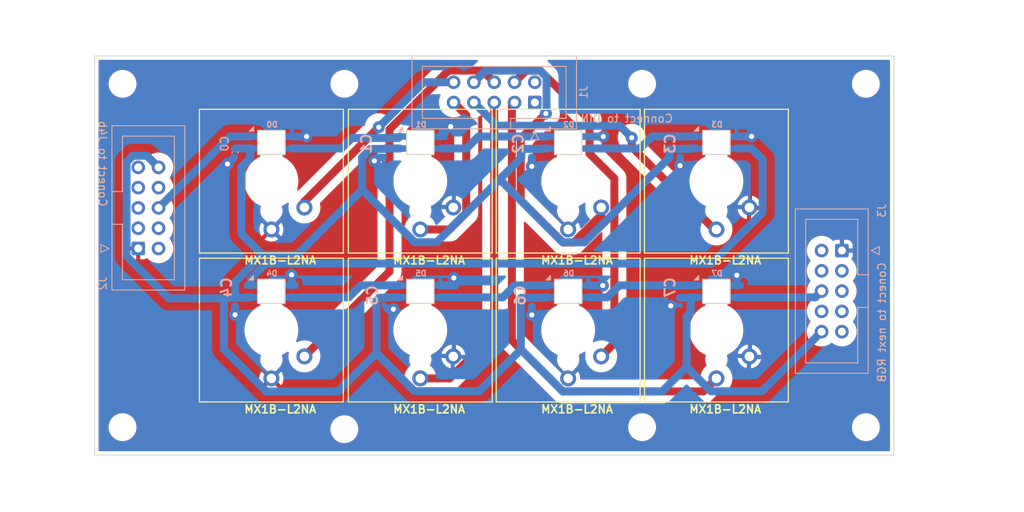
<source format=kicad_pcb>
(kicad_pcb (version 20221018) (generator pcbnew)
  (layers (0 "F.Cu" signal "Dessus.Cu") (31 "B.Cu" signal "Dessous.Cu") (34 "B.Paste" user "Dessous.Pate") (35 "F.Paste" user "Dessus.Pate") (36 "B.SilkS" user "Dessous.SilkS") (37 "F.SilkS" user "Dessus.SilkS") (38 "B.Mask" user "Dessous.Masque") (39 "F.Mask" user "Dessus.Masque") (44 "Edge.Cuts" user "Contours.Ci"))
  (net 0 "")
  (net 1 "GND")
  (net 3 "Net-(D0-DO)")
  (net 4 "Net-(D0-DI)")
  (net 5 "Net-(D1-DO)")
  (net 6 "Net-(D2-DO)")
  (net 7 "Net-(D3-DO)")
  (net 8 "Net-(D4-DO)")
  (net 9 "Net-(D5-DO)")
  (net 10 "Net-(D6-DO)")
  (net 11 "Net-(J1-D7)")
  (net 12 "Net-(J1-D6)")
  (net 13 "Net-(J1-D5)")
  (net 14 "Net-(J1-D4)")
  (net 15 "Net-(J1-D3)")
  (net 16 "Net-(J1-D2)")
  (net 17 "Net-(J1-D1)")
  (net 18 "+5V")
  (net 19 "Net-(J1-D0)")
  (net 34 "Net-(D7-DO)")
  (footprint "ksir 2022:Cherry-MX-Low-Profile" (layer "F.Cu") (at 101.75 202.69)
    (fp_text reference "SW1")
    (fp_text value "CHERRY MX1B-52NA" hide)
    (fp_text user "MX1B-L2NA" (at -3.5 10.5 unlocked) (layer "F.SilkS") (effects (font (thickness 0.2) bold) (justify left bottom)))
    (fp_line (start -9 -9) (end 9 -9) (stroke (width 0.1524)) (layer "F.SilkS"))
    (fp_line (start -9 9) (end -9 -9) (stroke (width 0.1524)) (layer "F.SilkS"))
    (fp_line (start 9 -9) (end 9 9) (stroke (width 0.1524)) (layer "F.SilkS"))
    (fp_line (start 9 9) (end -9 9) (stroke (width 0.1524)) (layer "F.SilkS"))
    (fp_rect (start -1.75 -6.4) (end 1.75 -3.3) (stroke (width 0.05)) (fill none) (layer "F.SilkS"))
    (pad "" np_thru_hole circle (at 0 0 180) (size 6.25 6.25) (drill 6.25) (layers "*.Cu" "*.Mask"))
    (pad "" np_thru_hole circle (at 0 3.7 180) (size 2.3 2.3) (drill 2.3) (layers "*.Cu" "*.Mask"))
    (pad "1" thru_hole circle (at 0 6.05 180) (size 2 2) (drill 1.2) (layers "*.Cu" "*.Mask") (net 17 "Net-(J1-D1)"))
    (pad "2" thru_hole circle (at 4.13 3.3 41.9) (size 2 2) (drill 1.2) (layers "*.Cu" "*.Mask") (net 1 "GND"))
  )
  (footprint "ksir 2022:Cherry-MX-Low-Profile" (layer "F.Cu") (at 120.25 221.34)
    (fp_text reference "SW6")
    (fp_text value "CHERRY MX1B-52NA" hide)
    (fp_text user "MX1B-L2NA" (at -3.5 10.5 unlocked) (layer "F.SilkS") (effects (font (thickness 0.2) bold) (justify left bottom)))
    (fp_line (start -9 -9) (end 9 -9) (stroke (width 0.1524)) (layer "F.SilkS"))
    (fp_line (start -9 9) (end -9 -9) (stroke (width 0.1524)) (layer "F.SilkS"))
    (fp_line (start 9 -9) (end 9 9) (stroke (width 0.1524)) (layer "F.SilkS"))
    (fp_line (start 9 9) (end -9 9) (stroke (width 0.1524)) (layer "F.SilkS"))
    (fp_rect (start -1.75 -6.4) (end 1.75 -3.3) (stroke (width 0.05)) (fill none) (layer "F.SilkS"))
    (pad "" np_thru_hole circle (at 0 0 180) (size 6.25 6.25) (drill 6.25) (layers "*.Cu" "*.Mask"))
    (pad "" np_thru_hole circle (at 0 3.7 180) (size 2.3 2.3) (drill 2.3) (layers "*.Cu" "*.Mask"))
    (pad "1" thru_hole circle (at 0 6.05 180) (size 2 2) (drill 1.2) (layers "*.Cu" "*.Mask") (net 1 "GND"))
    (pad "2" thru_hole circle (at 4.13 3.3 41.9) (size 2 2) (drill 1.2) (layers "*.Cu" "*.Mask") (net 12 "Net-(J1-D6)"))
  )
  (footprint "MountingHole:MountingHole_3mm" (layer "F.Cu") (at 92.25 190.5)
    (fp_text reference "H1" hide)
    (fp_text value "MountingHole")
    (pad "" np_thru_hole circle (at 0 0) (size 3 3) (drill 3) (layers "*.Cu" "*.Mask"))
  )
  (footprint "ksir 2022:Cherry-MX-Low-Profile" (layer "F.Cu") (at 101.75 221.34)
    (fp_text reference "SW5")
    (fp_text value "CHERRY MX1B-52NA" hide)
    (fp_text user "MX1B-L2NA" (at -3.5 10.5 unlocked) (layer "F.SilkS") (effects (font (thickness 0.2) bold) (justify left bottom)))
    (fp_line (start -9 -9) (end 9 -9) (stroke (width 0.1524)) (layer "F.SilkS"))
    (fp_line (start -9 9) (end -9 -9) (stroke (width 0.1524)) (layer "F.SilkS"))
    (fp_line (start 9 -9) (end 9 9) (stroke (width 0.1524)) (layer "F.SilkS"))
    (fp_line (start 9 9) (end -9 9) (stroke (width 0.1524)) (layer "F.SilkS"))
    (fp_rect (start -1.75 -6.4) (end 1.75 -3.3) (stroke (width 0.05)) (fill none) (layer "F.SilkS"))
    (pad "" np_thru_hole circle (at 0 0 180) (size 6.25 6.25) (drill 6.25) (layers "*.Cu" "*.Mask"))
    (pad "" np_thru_hole circle (at 0 3.7 180) (size 2.3 2.3) (drill 2.3) (layers "*.Cu" "*.Mask"))
    (pad "1" thru_hole circle (at 0 6.05 180) (size 2 2) (drill 1.2) (layers "*.Cu" "*.Mask") (net 13 "Net-(J1-D5)"))
    (pad "2" thru_hole circle (at 4.13 3.3 41.9) (size 2 2) (drill 1.2) (layers "*.Cu" "*.Mask") (net 1 "GND"))
  )
  (footprint "MountingHole:MountingHole_3mm" (layer "F.Cu") (at 129.5 233.5)
    (fp_text reference "H1" hide)
    (fp_text value "MountingHole")
    (pad "" np_thru_hole circle (at 0 0) (size 3 3) (drill 3) (layers "*.Cu" "*.Mask"))
  )
  (footprint "MountingHole:MountingHole_3mm" (layer "F.Cu") (at 129.5 190.5)
    (fp_text reference "H1" hide)
    (fp_text value "MountingHole")
    (pad "" np_thru_hole circle (at 0 0) (size 3 3) (drill 3) (layers "*.Cu" "*.Mask"))
  )
  (footprint "MountingHole:MountingHole_3mm" (layer "F.Cu") (at 92.25 233.75)
    (fp_text reference "H1" hide)
    (fp_text value "MountingHole")
    (pad "" np_thru_hole circle (at 0 0) (size 3 3) (drill 3) (layers "*.Cu" "*.Mask"))
  )
  (footprint "MountingHole:MountingHole_3mm" (layer "F.Cu") (at 64.5 190.5)
    (fp_text reference "H11" hide)
    (fp_text value "MountingHole")
    (pad "" np_thru_hole circle (at 0 0) (size 3 3) (drill 3) (layers "*.Cu" "*.Mask"))
  )
  (footprint "ksir 2022:Cherry-MX-Low-Profile" (layer "F.Cu") (at 83.12 202.69)
    (fp_text reference "SW0")
    (fp_text value "CHERRY MX1B-52NA" hide)
    (fp_text user "MX1B-L2NA" (at -3.5 10.5 unlocked) (layer "F.SilkS") (effects (font (thickness 0.2) bold) (justify left bottom)))
    (fp_line (start -9 -9) (end 9 -9) (stroke (width 0.1524)) (layer "F.SilkS"))
    (fp_line (start -9 9) (end -9 -9) (stroke (width 0.1524)) (layer "F.SilkS"))
    (fp_line (start 9 -9) (end 9 9) (stroke (width 0.1524)) (layer "F.SilkS"))
    (fp_line (start 9 9) (end -9 9) (stroke (width 0.1524)) (layer "F.SilkS"))
    (fp_rect (start -1.75 -6.4) (end 1.75 -3.3) (stroke (width 0.05)) (fill none) (layer "F.SilkS"))
    (pad "" np_thru_hole circle (at 0 0 180) (size 6.25 6.25) (drill 6.25) (layers "*.Cu" "*.Mask"))
    (pad "" np_thru_hole circle (at 0 3.7 180) (size 2.3 2.3) (drill 2.3) (layers "*.Cu" "*.Mask"))
    (pad "1" thru_hole circle (at 0 6.05 180) (size 2 2) (drill 1.2) (layers "*.Cu" "*.Mask") (net 1 "GND"))
    (pad "2" thru_hole circle (at 4.13 3.3 41.9) (size 2 2) (drill 1.2) (layers "*.Cu" "*.Mask") (net 19 "Net-(J1-D0)"))
  )
  (footprint "" (layer "F.Cu") (at 92.25 233.75)
    (fp_text reference "" (at 0 0) (layer "F.SilkS") (effects (font (size 1.27 1.27))))
    (fp_text value "" (at 0 0) (layer "F.SilkS") (effects (font (size 1.27 1.27))))
    (pad "" np_thru_hole circle (at 0 0) (size 3 3) (drill 3) (layers "*.Cu" "*.Mask"))
  )
  (footprint "ksir 2022:Cherry-MX-Low-Profile" (layer "F.Cu") (at 138.8 221.34)
    (fp_text reference "SW7")
    (fp_text value "CHERRY MX1B-52NA" hide)
    (fp_text user "MX1B-L2NA" (at -3.5 10.5 unlocked) (layer "F.SilkS") (effects (font (thickness 0.2) bold) (justify left bottom)))
    (fp_line (start -9 -9) (end 9 -9) (stroke (width 0.1524)) (layer "F.SilkS"))
    (fp_line (start -9 9) (end -9 -9) (stroke (width 0.1524)) (layer "F.SilkS"))
    (fp_line (start 9 -9) (end 9 9) (stroke (width 0.1524)) (layer "F.SilkS"))
    (fp_line (start 9 9) (end -9 9) (stroke (width 0.1524)) (layer "F.SilkS"))
    (fp_rect (start -1.75 -6.4) (end 1.75 -3.3) (stroke (width 0.05)) (fill none) (layer "F.SilkS"))
    (pad "" np_thru_hole circle (at 0 0 180) (size 6.25 6.25) (drill 6.25) (layers "*.Cu" "*.Mask"))
    (pad "" np_thru_hole circle (at 0 3.7 180) (size 2.3 2.3) (drill 2.3) (layers "*.Cu" "*.Mask"))
    (pad "1" thru_hole circle (at 0 6.05 180) (size 2 2) (drill 1.2) (layers "*.Cu" "*.Mask") (net 11 "Net-(J1-D7)"))
    (pad "2" thru_hole circle (at 4.13 3.3 41.9) (size 2 2) (drill 1.2) (layers "*.Cu" "*.Mask") (net 1 "GND"))
  )
  (footprint "ksir 2022:Cherry-MX-Low-Profile" (layer "F.Cu") (at 120.25 202.69)
    (fp_text reference "SW2")
    (fp_text value "CHERRY MX1B-52NA" hide)
    (fp_text user "MX1B-L2NA" (at -3.5 10.5 unlocked) (layer "F.SilkS") (effects (font (thickness 0.2) bold) (justify left bottom)))
    (fp_line (start -9 -9) (end 9 -9) (stroke (width 0.1524)) (layer "F.SilkS"))
    (fp_line (start -9 9) (end -9 -9) (stroke (width 0.1524)) (layer "F.SilkS"))
    (fp_line (start 9 -9) (end 9 9) (stroke (width 0.1524)) (layer "F.SilkS"))
    (fp_line (start 9 9) (end -9 9) (stroke (width 0.1524)) (layer "F.SilkS"))
    (fp_rect (start -1.75 -6.4) (end 1.75 -3.3) (stroke (width 0.05)) (fill none) (layer "F.SilkS"))
    (pad "" np_thru_hole circle (at 0 0 180) (size 6.25 6.25) (drill 6.25) (layers "*.Cu" "*.Mask"))
    (pad "" np_thru_hole circle (at 0 3.7 180) (size 2.3 2.3) (drill 2.3) (layers "*.Cu" "*.Mask"))
    (pad "1" thru_hole circle (at 0 6.05 180) (size 2 2) (drill 1.2) (layers "*.Cu" "*.Mask") (net 1 "GND"))
    (pad "2" thru_hole circle (at 4.13 3.3 41.9) (size 2 2) (drill 1.2) (layers "*.Cu" "*.Mask") (net 16 "Net-(J1-D2)"))
  )
  (footprint "MountingHole:MountingHole_3mm" (layer "F.Cu") (at 157.5 233.5)
    (fp_text reference "H14" hide)
    (fp_text value "MountingHole")
    (pad "" np_thru_hole circle (at 0 0) (size 3 3) (drill 3) (layers "*.Cu" "*.Mask"))
  )
  (footprint "MountingHole:MountingHole_3mm" (layer "F.Cu") (at 157.5 190.5)
    (fp_text reference "H13" hide)
    (fp_text value "MountingHole")
    (pad "" np_thru_hole circle (at 0 0) (size 3 3) (drill 3) (layers "*.Cu" "*.Mask"))
  )
  (footprint "ksir 2022:Cherry-MX-Low-Profile" (layer "F.Cu") (at 83.12 221.34)
    (fp_text reference "SW4")
    (fp_text value "CHERRY MX1B-52NA" hide)
    (fp_text user "MX1B-L2NA" (at -3.5 10.5 unlocked) (layer "F.SilkS") (effects (font (thickness 0.2) bold) (justify left bottom)))
    (fp_line (start -9 -9) (end 9 -9) (stroke (width 0.1524)) (layer "F.SilkS"))
    (fp_line (start -9 9) (end -9 -9) (stroke (width 0.1524)) (layer "F.SilkS"))
    (fp_line (start 9 -9) (end 9 9) (stroke (width 0.1524)) (layer "F.SilkS"))
    (fp_line (start 9 9) (end -9 9) (stroke (width 0.1524)) (layer "F.SilkS"))
    (fp_rect (start -1.75 -6.4) (end 1.75 -3.3) (stroke (width 0.05)) (fill none) (layer "F.SilkS"))
    (pad "" np_thru_hole circle (at 0 0 180) (size 6.25 6.25) (drill 6.25) (layers "*.Cu" "*.Mask"))
    (pad "" np_thru_hole circle (at 0 3.7 180) (size 2.3 2.3) (drill 2.3) (layers "*.Cu" "*.Mask"))
    (pad "1" thru_hole circle (at 0 6.05 180) (size 2 2) (drill 1.2) (layers "*.Cu" "*.Mask") (net 1 "GND"))
    (pad "2" thru_hole circle (at 4.13 3.3 41.9) (size 2 2) (drill 1.2) (layers "*.Cu" "*.Mask") (net 14 "Net-(J1-D4)"))
  )
  (footprint "ksir 2022:Cherry-MX-Low-Profile" (layer "F.Cu") (at 138.8 202.69)
    (fp_text reference "SW3")
    (fp_text value "CHERRY MX1B-52NA" hide)
    (fp_text user "MX1B-L2NA" (at -3.5 10.5 unlocked) (layer "F.SilkS") (effects (font (thickness 0.2) bold) (justify left bottom)))
    (fp_line (start -9 -9) (end 9 -9) (stroke (width 0.1524)) (layer "F.SilkS"))
    (fp_line (start -9 9) (end -9 -9) (stroke (width 0.1524)) (layer "F.SilkS"))
    (fp_line (start 9 -9) (end 9 9) (stroke (width 0.1524)) (layer "F.SilkS"))
    (fp_line (start 9 9) (end -9 9) (stroke (width 0.1524)) (layer "F.SilkS"))
    (fp_rect (start -1.75 -6.4) (end 1.75 -3.3) (stroke (width 0.05)) (fill none) (layer "F.SilkS"))
    (pad "" np_thru_hole circle (at 0 0 180) (size 6.25 6.25) (drill 6.25) (layers "*.Cu" "*.Mask"))
    (pad "" np_thru_hole circle (at 0 3.7 180) (size 2.3 2.3) (drill 2.3) (layers "*.Cu" "*.Mask"))
    (pad "1" thru_hole circle (at 0 6.05 180) (size 2 2) (drill 1.2) (layers "*.Cu" "*.Mask") (net 15 "Net-(J1-D3)"))
    (pad "2" thru_hole circle (at 4.13 3.3 41.9) (size 2 2) (drill 1.2) (layers "*.Cu" "*.Mask") (net 1 "GND"))
  )
  (footprint "MountingHole:MountingHole_3mm" (layer "F.Cu") (at 64.5 233.5)
    (fp_text reference "H12" hide)
    (fp_text value "MountingHole")
    (pad "" np_thru_hole circle (at 0 0) (size 3 3) (drill 3) (layers "*.Cu" "*.Mask"))
  )
  (footprint "ksir 2022:SK6812-MINI-E" (layer "B.Cu") (at 138.8 216.49 180)
    (fp_text reference "D7" (at -0.08 2.25 unlocked) (layer "B.SilkS") (effects (font (size 0.7 0.7)) (justify mirror)))
    (fp_text value "SK6812MINI-E" hide)
    (fp_poly (pts (xy 2.8 1.4) (xy 2.2 1.4) (xy 2.2 2)) (stroke (width 0.1)) (fill solid) (layer "B.SilkS"))
    (fp_line (start -1.7 -1.5) (end -1.7 1.5) (stroke (width 0.12)) (layer "Edge.Cuts"))
    (fp_line (start -1.7 1.5) (end 1.7 1.5) (stroke (width 0.12)) (layer "Edge.Cuts"))
    (fp_line (start 1.7 -1.5) (end -1.7 -1.5) (stroke (width 0.12)) (layer "Edge.Cuts"))
    (fp_line (start 1.7 1.5) (end 1.7 -1.5) (stroke (width 0.12)) (layer "Edge.Cuts"))
    (pad "1" smd rect (at -2.55 -0.75 180) (size 1.7 0.82) (layers "B.Cu" "B.Paste" "B.Mask") (net 34 "Net-(D7-DO)"))
    (pad "2" smd rect (at -2.55 0.75 180) (size 1.7 0.82) (layers "B.Cu" "B.Paste" "B.Mask") (net 1 "GND"))
    (pad "3" smd roundrect (at 2.55 0.75 180) (size 1.7 0.82) (layers "B.Cu" "B.Paste" "B.Mask") (net 10 "Net-(D6-DO)"))
    (pad "4" smd rect (at 2.55 -0.75 180) (size 1.7 0.82) (layers "B.Cu" "B.Paste" "B.Mask") (net 18 "+5V"))
  )
  (footprint "ksir 2022:SK6812-MINI-E" (layer "B.Cu") (at 138.8 197.84 180)
    (fp_text reference "D3" (at -0.08 2.25 unlocked) (layer "B.SilkS") (effects (font (size 0.7 0.7)) (justify mirror)))
    (fp_text value "SK6812MINI-E" hide)
    (fp_poly (pts (xy 2.8 1.4) (xy 2.2 1.4) (xy 2.2 2)) (stroke (width 0.1)) (fill solid) (layer "B.SilkS"))
    (fp_line (start -1.7 -1.5) (end -1.7 1.5) (stroke (width 0.12)) (layer "Edge.Cuts"))
    (fp_line (start -1.7 1.5) (end 1.7 1.5) (stroke (width 0.12)) (layer "Edge.Cuts"))
    (fp_line (start 1.7 -1.5) (end -1.7 -1.5) (stroke (width 0.12)) (layer "Edge.Cuts"))
    (fp_line (start 1.7 1.5) (end 1.7 -1.5) (stroke (width 0.12)) (layer "Edge.Cuts"))
    (pad "1" smd rect (at -2.55 -0.75 180) (size 1.7 0.82) (layers "B.Cu" "B.Paste" "B.Mask") (net 7 "Net-(D3-DO)"))
    (pad "2" smd rect (at -2.55 0.75 180) (size 1.7 0.82) (layers "B.Cu" "B.Paste" "B.Mask") (net 1 "GND"))
    (pad "3" smd roundrect (at 2.55 0.75 180) (size 1.7 0.82) (layers "B.Cu" "B.Paste" "B.Mask") (net 6 "Net-(D2-DO)"))
    (pad "4" smd rect (at 2.55 -0.75 180) (size 1.7 0.82) (layers "B.Cu" "B.Paste" "B.Mask") (net 18 "+5V"))
  )
  (footprint "ksir 2022:CAPC1005X55N" (layer "B.Cu") (at 115.7 217.76 90)
    (fp_text reference "C6" (at 0.76 -1.45 270) (layer "B.SilkS") (effects (font (size 1.27 1.27) (thickness 0.254)) (justify mirror)))
    (fp_text value "100nf" hide)
    (pad "1" smd rect (at -0.46 0 90) (size 0.6 0.62) (layers "B.Cu" "B.Paste" "B.Mask") (net 1 "GND"))
    (pad "2" smd rect (at 0.46 0 90) (size 0.6 0.62) (layers "B.Cu" "B.Paste" "B.Mask") (net 18 "+5V"))
  )
  (footprint "ksir 2022:CAPC1005X55N" (layer "B.Cu") (at 78.57 217.76 90)
    (fp_text reference "C4" (at 1.76 -1.07 270) (layer "B.SilkS") (effects (font (size 1.27 1.27) (thickness 0.254)) (justify mirror)))
    (fp_text value "100nf" hide)
    (pad "1" smd rect (at -0.46 0 90) (size 0.6 0.62) (layers "B.Cu" "B.Paste" "B.Mask") (net 1 "GND"))
    (pad "2" smd rect (at 0.46 0 90) (size 0.6 0.62) (layers "B.Cu" "B.Paste" "B.Mask") (net 18 "+5V"))
  )
  (footprint "Connector_IDC:IDC-Header_2x05_P2.54mm_Vertical" (layer "B.Cu") (at 66.46 211.12)
    (fp_text reference "J2" (at -4.46 4.38 -90) (layer "B.SilkS") (effects (justify mirror)))
    (fp_text value "IDC-Header_2x05_P2.54mm_Vertical")
    (fp_text user "Conect to J4b" (at -4.46 -10.62 -90 unlocked) (layer "B.SilkS") (effects (justify mirror)))
    (fp_line (start -4.68 -0.5) (end -3.68 0) (stroke (width 0.12)) (layer "B.SilkS"))
    (fp_line (start -4.68 0.5) (end -4.68 -0.5) (stroke (width 0.12)) (layer "B.SilkS"))
    (fp_line (start -3.68 0) (end -4.68 0.5) (stroke (width 0.12)) (layer "B.SilkS"))
    (fp_line (start -3.29 -15.37) (end -3.29 5.21) (stroke (width 0.12)) (layer "B.SilkS"))
    (fp_line (start -3.29 -3.03) (end -1.98 -3.03) (stroke (width 0.12)) (layer "B.SilkS"))
    (fp_line (start -3.29 5.21) (end 5.83 5.21) (stroke (width 0.12)) (layer "B.SilkS"))
    (fp_line (start -1.98 -14.07) (end -1.98 -7.13) (stroke (width 0.12)) (layer "B.SilkS"))
    (fp_line (start -1.98 -7.13) (end -3.29 -7.13) (stroke (width 0.12)) (layer "B.SilkS"))
    (fp_line (start -1.98 -7.13) (end -1.98 -7.13) (stroke (width 0.12)) (layer "B.SilkS"))
    (fp_line (start -1.98 -3.03) (end -1.98 3.91) (stroke (width 0.12)) (layer "B.SilkS"))
    (fp_line (start -1.98 3.91) (end 4.52 3.91) (stroke (width 0.12)) (layer "B.SilkS"))
    (fp_line (start 4.52 -14.07) (end -1.98 -14.07) (stroke (width 0.12)) (layer "B.SilkS"))
    (fp_line (start 4.52 3.91) (end 4.52 -14.07) (stroke (width 0.12)) (layer "B.SilkS"))
    (fp_line (start 5.83 -15.37) (end -3.29 -15.37) (stroke (width 0.12)) (layer "B.SilkS"))
    (fp_line (start 5.83 5.21) (end 5.83 -15.37) (stroke (width 0.12)) (layer "B.SilkS"))
    (pad "1" thru_hole roundrect (at 0 0) (size 1.7 1.7) (drill 1) (layers "*.Cu" "*.Mask") (roundrect_rratio 0.1470588235) (net 1 "GND"))
    (pad "2" thru_hole circle (at 2.54 0) (size 1.7 1.7) (drill 1) (layers "*.Cu" "*.Mask"))
    (pad "3" thru_hole circle (at 0 -2.54) (size 1.7 1.7) (drill 1) (layers "*.Cu" "*.Mask"))
    (pad "4" thru_hole circle (at 2.54 -2.54) (size 1.7 1.7) (drill 1) (layers "*.Cu" "*.Mask"))
    (pad "5" thru_hole circle (at 0 -5.08) (size 1.7 1.7) (drill 1) (layers "*.Cu" "*.Mask"))
    (pad "6" thru_hole circle (at 2.54 -5.08) (size 1.7 1.7) (drill 1) (layers "*.Cu" "*.Mask") (net 4 "Net-(D0-DI)"))
    (pad "7" thru_hole circle (at 0 -7.62) (size 1.7 1.7) (drill 1) (layers "*.Cu" "*.Mask"))
    (pad "8" thru_hole circle (at 2.54 -7.62) (size 1.7 1.7) (drill 1) (layers "*.Cu" "*.Mask"))
    (pad "9" thru_hole circle (at 0 -10.16) (size 1.7 1.7) (drill 1) (layers "*.Cu" "*.Mask"))
    (pad "10" thru_hole circle (at 2.54 -10.16) (size 1.7 1.7) (drill 1) (layers "*.Cu" "*.Mask") (net 18 "+5V"))
  )
  (footprint "Connector_IDC:IDC-Header_2x05_P2.54mm_Vertical" (layer "B.Cu") (at 154.5 211.38 180)
    (fp_text reference "J3" (at -5 5 90) (layer "B.SilkS") (effects (justify mirror)))
    (fp_text value "IDC-Header_2x05_P2.54mm_Vertical")
    (fp_text user "Conect to next RGB" (at -5 -9 90 unlocked) (layer "B.SilkS") (effects (justify mirror)))
    (fp_line (start -4.68 -0.5) (end -3.68 0) (stroke (width 0.12)) (layer "B.SilkS"))
    (fp_line (start -4.68 0.5) (end -4.68 -0.5) (stroke (width 0.12)) (layer "B.SilkS"))
    (fp_line (start -3.68 0) (end -4.68 0.5) (stroke (width 0.12)) (layer "B.SilkS"))
    (fp_line (start -3.29 -15.37) (end -3.29 5.21) (stroke (width 0.12)) (layer "B.SilkS"))
    (fp_line (start -3.29 -3.03) (end -1.98 -3.03) (stroke (width 0.12)) (layer "B.SilkS"))
    (fp_line (start -3.29 5.21) (end 5.83 5.21) (stroke (width 0.12)) (layer "B.SilkS"))
    (fp_line (start -1.98 -14.07) (end -1.98 -7.13) (stroke (width 0.12)) (layer "B.SilkS"))
    (fp_line (start -1.98 -7.13) (end -3.29 -7.13) (stroke (width 0.12)) (layer "B.SilkS"))
    (fp_line (start -1.98 -7.13) (end -1.98 -7.13) (stroke (width 0.12)) (layer "B.SilkS"))
    (fp_line (start -1.98 -3.03) (end -1.98 3.91) (stroke (width 0.12)) (layer "B.SilkS"))
    (fp_line (start -1.98 3.91) (end 4.52 3.91) (stroke (width 0.12)) (layer "B.SilkS"))
    (fp_line (start 4.52 -14.07) (end -1.98 -14.07) (stroke (width 0.12)) (layer "B.SilkS"))
    (fp_line (start 4.52 3.91) (end 4.52 -14.07) (stroke (width 0.12)) (layer "B.SilkS"))
    (fp_line (start 5.83 -15.37) (end -3.29 -15.37) (stroke (width 0.12)) (layer "B.SilkS"))
    (fp_line (start 5.83 5.21) (end 5.83 -15.37) (stroke (width 0.12)) (layer "B.SilkS"))
    (pad "1" thru_hole roundrect (at 0 0 180) (size 1.7 1.7) (drill 1) (layers "*.Cu" "*.Mask") (roundrect_rratio 0.1470588235) (net 1 "GND"))
    (pad "2" thru_hole circle (at 2.54 0 180) (size 1.7 1.7) (drill 1) (layers "*.Cu" "*.Mask"))
    (pad "3" thru_hole circle (at 0 -2.54 180) (size 1.7 1.7) (drill 1) (layers "*.Cu" "*.Mask"))
    (pad "4" thru_hole circle (at 2.54 -2.54 180) (size 1.7 1.7) (drill 1) (layers "*.Cu" "*.Mask"))
    (pad "5" thru_hole circle (at 0 -5.08 180) (size 1.7 1.7) (drill 1) (layers "*.Cu" "*.Mask"))
    (pad "6" thru_hole circle (at 2.54 -5.08 180) (size 1.7 1.7) (drill 1) (layers "*.Cu" "*.Mask") (net 34 "Net-(D7-DO)"))
    (pad "7" thru_hole circle (at 0 -7.62 180) (size 1.7 1.7) (drill 1) (layers "*.Cu" "*.Mask"))
    (pad "8" thru_hole circle (at 2.54 -7.62 180) (size 1.7 1.7) (drill 1) (layers "*.Cu" "*.Mask"))
    (pad "9" thru_hole circle (at 0 -10.16 180) (size 1.7 1.7) (drill 1) (layers "*.Cu" "*.Mask"))
    (pad "10" thru_hole circle (at 2.54 -10.16 180) (size 1.7 1.7) (drill 1) (layers "*.Cu" "*.Mask") (net 18 "+5V"))
  )
  (footprint "ksir 2022:SK6812-MINI-E" (layer "B.Cu") (at 83.1 216.49 180)
    (fp_text reference "D4" (at -0.08 2.25 unlocked) (layer "B.SilkS") (effects (font (size 0.7 0.7)) (justify mirror)))
    (fp_text value "SK6812MINI-E" hide)
    (fp_poly (pts (xy 2.8 1.4) (xy 2.2 1.4) (xy 2.2 2)) (stroke (width 0.1)) (fill solid) (layer "B.SilkS"))
    (fp_line (start -1.7 -1.5) (end -1.7 1.5) (stroke (width 0.12)) (layer "Edge.Cuts"))
    (fp_line (start -1.7 1.5) (end 1.7 1.5) (stroke (width 0.12)) (layer "Edge.Cuts"))
    (fp_line (start 1.7 -1.5) (end -1.7 -1.5) (stroke (width 0.12)) (layer "Edge.Cuts"))
    (fp_line (start 1.7 1.5) (end 1.7 -1.5) (stroke (width 0.12)) (layer "Edge.Cuts"))
    (pad "1" smd rect (at -2.55 -0.75 180) (size 1.7 0.82) (layers "B.Cu" "B.Paste" "B.Mask") (net 8 "Net-(D4-DO)"))
    (pad "2" smd rect (at -2.55 0.75 180) (size 1.7 0.82) (layers "B.Cu" "B.Paste" "B.Mask") (net 1 "GND"))
    (pad "3" smd roundrect (at 2.55 0.75 180) (size 1.7 0.82) (layers "B.Cu" "B.Paste" "B.Mask") (net 7 "Net-(D3-DO)"))
    (pad "4" smd rect (at 2.55 -0.75 180) (size 1.7 0.82) (layers "B.Cu" "B.Paste" "B.Mask") (net 18 "+5V"))
  )
  (footprint "ksir 2022:SK6812-MINI-E" (layer "B.Cu") (at 120.25 197.85 180)
    (fp_text reference "D2" (at -0.08 2.25 unlocked) (layer "B.SilkS") (effects (font (size 0.7 0.7)) (justify mirror)))
    (fp_text value "SK6812MINI-E" hide)
    (fp_poly (pts (xy 2.8 1.4) (xy 2.2 1.4) (xy 2.2 2)) (stroke (width 0.1)) (fill solid) (layer "B.SilkS"))
    (fp_line (start -1.7 -1.5) (end -1.7 1.5) (stroke (width 0.12)) (layer "Edge.Cuts"))
    (fp_line (start -1.7 1.5) (end 1.7 1.5) (stroke (width 0.12)) (layer "Edge.Cuts"))
    (fp_line (start 1.7 -1.5) (end -1.7 -1.5) (stroke (width 0.12)) (layer "Edge.Cuts"))
    (fp_line (start 1.7 1.5) (end 1.7 -1.5) (stroke (width 0.12)) (layer "Edge.Cuts"))
    (pad "1" smd rect (at -2.55 -0.75 180) (size 1.7 0.82) (layers "B.Cu" "B.Paste" "B.Mask") (net 6 "Net-(D2-DO)"))
    (pad "2" smd rect (at -2.55 0.75 180) (size 1.7 0.82) (layers "B.Cu" "B.Paste" "B.Mask") (net 1 "GND"))
    (pad "3" smd roundrect (at 2.55 0.75 180) (size 1.7 0.82) (layers "B.Cu" "B.Paste" "B.Mask") (net 5 "Net-(D1-DO)"))
    (pad "4" smd rect (at 2.55 -0.75 180) (size 1.7 0.82) (layers "B.Cu" "B.Paste" "B.Mask") (net 18 "+5V"))
  )
  (footprint "ksir 2022:SK6812-MINI-E" (layer "B.Cu") (at 120.25 216.49 180)
    (fp_text reference "D6" (at -0.08 2.25 unlocked) (layer "B.SilkS") (effects (font (size 0.7 0.7)) (justify mirror)))
    (fp_text value "SK6812MINI-E" hide)
    (fp_poly (pts (xy 2.8 1.4) (xy 2.2 1.4) (xy 2.2 2)) (stroke (width 0.1)) (fill solid) (layer "B.SilkS"))
    (fp_line (start -1.7 -1.5) (end -1.7 1.5) (stroke (width 0.12)) (layer "Edge.Cuts"))
    (fp_line (start -1.7 1.5) (end 1.7 1.5) (stroke (width 0.12)) (layer "Edge.Cuts"))
    (fp_line (start 1.7 -1.5) (end -1.7 -1.5) (stroke (width 0.12)) (layer "Edge.Cuts"))
    (fp_line (start 1.7 1.5) (end 1.7 -1.5) (stroke (width 0.12)) (layer "Edge.Cuts"))
    (pad "1" smd rect (at -2.55 -0.75 180) (size 1.7 0.82) (layers "B.Cu" "B.Paste" "B.Mask") (net 10 "Net-(D6-DO)"))
    (pad "2" smd rect (at -2.55 0.75 180) (size 1.7 0.82) (layers "B.Cu" "B.Paste" "B.Mask") (net 1 "GND"))
    (pad "3" smd roundrect (at 2.55 0.75 180) (size 1.7 0.82) (layers "B.Cu" "B.Paste" "B.Mask") (net 9 "Net-(D5-DO)"))
    (pad "4" smd rect (at 2.55 -0.75 180) (size 1.7 0.82) (layers "B.Cu" "B.Paste" "B.Mask") (net 18 "+5V"))
  )
  (footprint "Connector_IDC:IDC-Header_2x05_P2.54mm_Vertical" (layer "B.Cu") (at 116.08 192.84 90)
    (fp_text reference "J1" (at 1.27 6.1 90) (layer "B.SilkS") (effects (justify mirror)))
    (fp_text value "IDC-Header_2x05_P2.54mm_Vertical")
    (fp_text user "Connect to DIN" (at -2 11.5 unlocked) (layer "B.SilkS") (effects (justify mirror)))
    (fp_line (start -4.68 -0.5) (end -3.68 0) (stroke (width 0.12)) (layer "B.SilkS"))
    (fp_line (start -4.68 0.5) (end -4.68 -0.5) (stroke (width 0.12)) (layer "B.SilkS"))
    (fp_line (start -3.68 0) (end -4.68 0.5) (stroke (width 0.12)) (layer "B.SilkS"))
    (fp_line (start -3.29 -15.37) (end -3.29 5.21) (stroke (width 0.12)) (layer "B.SilkS"))
    (fp_line (start -3.29 -3.03) (end -1.98 -3.03) (stroke (width 0.12)) (layer "B.SilkS"))
    (fp_line (start -3.29 5.21) (end 5.83 5.21) (stroke (width 0.12)) (layer "B.SilkS"))
    (fp_line (start -1.98 -14.07) (end -1.98 -7.13) (stroke (width 0.12)) (layer "B.SilkS"))
    (fp_line (start -1.98 -7.13) (end -3.29 -7.13) (stroke (width 0.12)) (layer "B.SilkS"))
    (fp_line (start -1.98 -7.13) (end -1.98 -7.13) (stroke (width 0.12)) (layer "B.SilkS"))
    (fp_line (start -1.98 -3.03) (end -1.98 3.91) (stroke (width 0.12)) (layer "B.SilkS"))
    (fp_line (start -1.98 3.91) (end 4.52 3.91) (stroke (width 0.12)) (layer "B.SilkS"))
    (fp_line (start 4.52 -14.07) (end -1.98 -14.07) (stroke (width 0.12)) (layer "B.SilkS"))
    (fp_line (start 4.52 3.91) (end 4.52 -14.07) (stroke (width 0.12)) (layer "B.SilkS"))
    (fp_line (start 5.83 -15.37) (end -3.29 -15.37) (stroke (width 0.12)) (layer "B.SilkS"))
    (fp_line (start 5.83 5.21) (end 5.83 -15.37) (stroke (width 0.12)) (layer "B.SilkS"))
    (pad "1" thru_hole roundrect (at 0 0 90) (size 1.7 1.7) (drill 1) (layers "*.Cu" "*.Mask") (roundrect_rratio 0.1470588235) (net 1 "GND"))
    (pad "2" thru_hole circle (at 2.54 0 90) (size 1.7 1.7) (drill 1) (layers "*.Cu" "*.Mask"))
    (pad "3" thru_hole circle (at 0 -2.54 90) (size 1.7 1.7) (drill 1) (layers "*.Cu" "*.Mask") (net 11 "Net-(J1-D7)"))
    (pad "4" thru_hole circle (at 2.54 -2.54 90) (size 1.7 1.7) (drill 1) (layers "*.Cu" "*.Mask") (net 12 "Net-(J1-D6)"))
    (pad "5" thru_hole circle (at 0 -5.08 90) (size 1.7 1.7) (drill 1) (layers "*.Cu" "*.Mask") (net 13 "Net-(J1-D5)"))
    (pad "6" thru_hole circle (at 2.54 -5.08 90) (size 1.7 1.7) (drill 1) (layers "*.Cu" "*.Mask") (net 14 "Net-(J1-D4)"))
    (pad "7" thru_hole circle (at 0 -7.62 90) (size 1.7 1.7) (drill 1) (layers "*.Cu" "*.Mask") (net 15 "Net-(J1-D3)"))
    (pad "8" thru_hole circle (at 2.54 -7.62 90) (size 1.7 1.7) (drill 1) (layers "*.Cu" "*.Mask") (net 16 "Net-(J1-D2)"))
    (pad "9" thru_hole circle (at 0 -10.16 90) (size 1.7 1.7) (drill 1) (layers "*.Cu" "*.Mask") (net 17 "Net-(J1-D1)"))
    (pad "10" thru_hole circle (at 2.54 -10.16 90) (size 1.7 1.7) (drill 1) (layers "*.Cu" "*.Mask") (net 19 "Net-(J1-D0)"))
  )
  (footprint "ksir 2022:CAPC1005X55N" (layer "B.Cu") (at 134.25 199.11 90)
    (fp_text reference "C3" (at 1.11 -1.25 270) (layer "B.SilkS") (effects (font (size 1.27 1.27) (thickness 0.254)) (justify mirror)))
    (fp_text value "100nf" hide)
    (pad "1" smd rect (at -0.46 0 90) (size 0.6 0.62) (layers "B.Cu" "B.Paste" "B.Mask") (net 1 "GND"))
    (pad "2" smd rect (at 0.46 0 90) (size 0.6 0.62) (layers "B.Cu" "B.Paste" "B.Mask") (net 18 "+5V"))
  )
  (footprint "ksir 2022:CAPC1005X55N" (layer "B.Cu") (at 97.2 217.76 90)
    (fp_text reference "C5" (at 0.76 -1.45 270) (layer "B.SilkS") (effects (font (size 1.27 1.27) (thickness 0.254)) (justify mirror)))
    (fp_text value "100nf" hide)
    (pad "1" smd rect (at -0.46 0 90) (size 0.6 0.62) (layers "B.Cu" "B.Paste" "B.Mask") (net 1 "GND"))
    (pad "2" smd rect (at 0.46 0 90) (size 0.6 0.62) (layers "B.Cu" "B.Paste" "B.Mask") (net 18 "+5V"))
  )
  (footprint "ksir 2022:SK6812-MINI-E" (layer "B.Cu") (at 101.75 197.85 180)
    (fp_text reference "D1" (at -0.08 2.25 unlocked) (layer "B.SilkS") (effects (font (size 0.7 0.7)) (justify mirror)))
    (fp_text value "SK6812MINI-E" hide)
    (fp_poly (pts (xy 2.8 1.4) (xy 2.2 1.4) (xy 2.2 2)) (stroke (width 0.1)) (fill solid) (layer "B.SilkS"))
    (fp_line (start -1.7 -1.5) (end -1.7 1.5) (stroke (width 0.12)) (layer "Edge.Cuts"))
    (fp_line (start -1.7 1.5) (end 1.7 1.5) (stroke (width 0.12)) (layer "Edge.Cuts"))
    (fp_line (start 1.7 -1.5) (end -1.7 -1.5) (stroke (width 0.12)) (layer "Edge.Cuts"))
    (fp_line (start 1.7 1.5) (end 1.7 -1.5) (stroke (width 0.12)) (layer "Edge.Cuts"))
    (pad "1" smd rect (at -2.55 -0.75 180) (size 1.7 0.82) (layers "B.Cu" "B.Paste" "B.Mask") (net 5 "Net-(D1-DO)"))
    (pad "2" smd rect (at -2.55 0.75 180) (size 1.7 0.82) (layers "B.Cu" "B.Paste" "B.Mask") (net 1 "GND"))
    (pad "3" smd roundrect (at 2.55 0.75 180) (size 1.7 0.82) (layers "B.Cu" "B.Paste" "B.Mask") (net 3 "Net-(D0-DO)"))
    (pad "4" smd rect (at 2.55 -0.75 180) (size 1.7 0.82) (layers "B.Cu" "B.Paste" "B.Mask") (net 18 "+5V"))
  )
  (footprint "ksir 2022:SK6812-MINI-E" (layer "B.Cu") (at 83.125 197.845 180)
    (fp_text reference "D0" (at -0.08 2.25 unlocked) (layer "B.SilkS") (effects (font (size 0.7 0.7)) (justify mirror)))
    (fp_text value "SK6812MINI-E" hide)
    (fp_poly (pts (xy 2.8 1.4) (xy 2.2 1.4) (xy 2.2 2)) (stroke (width 0.1)) (fill solid) (layer "B.SilkS"))
    (fp_line (start -1.7 -1.5) (end -1.7 1.5) (stroke (width 0.12)) (layer "Edge.Cuts"))
    (fp_line (start -1.7 1.5) (end 1.7 1.5) (stroke (width 0.12)) (layer "Edge.Cuts"))
    (fp_line (start 1.7 -1.5) (end -1.7 -1.5) (stroke (width 0.12)) (layer "Edge.Cuts"))
    (fp_line (start 1.7 1.5) (end 1.7 -1.5) (stroke (width 0.12)) (layer "Edge.Cuts"))
    (pad "1" smd rect (at -2.55 -0.75 180) (size 1.7 0.82) (layers "B.Cu" "B.Paste" "B.Mask") (net 3 "Net-(D0-DO)"))
    (pad "2" smd rect (at -2.55 0.75 180) (size 1.7 0.82) (layers "B.Cu" "B.Paste" "B.Mask") (net 1 "GND"))
    (pad "3" smd roundrect (at 2.55 0.75 180) (size 1.7 0.82) (layers "B.Cu" "B.Paste" "B.Mask") (net 4 "Net-(D0-DI)"))
    (pad "4" smd rect (at 2.55 -0.75 180) (size 1.7 0.82) (layers "B.Cu" "B.Paste" "B.Mask") (net 18 "+5V"))
  )
  (footprint "ksir 2022:CAPC1005X55N" (layer "B.Cu") (at 134.25 217.76 90)
    (fp_text reference "C7" (at 1.76 -1.25 270) (layer "B.SilkS") (effects (font (size 1.27 1.27) (thickness 0.254)) (justify mirror)))
    (fp_text value "100nf" hide)
    (pad "1" smd rect (at -0.46 0 90) (size 0.6 0.62) (layers "B.Cu" "B.Paste" "B.Mask") (net 1 "GND"))
    (pad "2" smd rect (at 0.46 0 90) (size 0.6 0.62) (layers "B.Cu" "B.Paste" "B.Mask") (net 18 "+5V"))
  )
  (footprint "Capacitor_SMD:C_0402_1005Metric" (layer "B.Cu") (at 78.57 199.11 90)
    (fp_text reference "C0" (at 1.11 -1.32 90) (layer "B.SilkS") (effects (justify mirror)))
    (fp_text value "100nf")
    (fp_line (start -0.107836 -0.36) (end 0.107836 -0.36) (stroke (width 0.12)) (layer "B.SilkS"))
    (fp_line (start -0.107836 0.36) (end 0.107836 0.36) (stroke (width 0.12)) (layer "B.SilkS"))
    (pad "1" smd roundrect (at -0.48 0 90) (size 0.56 0.62) (layers "B.Cu" "B.Paste" "B.Mask") (net 1 "GND"))
    (pad "2" smd roundrect (at 0.48 0 90) (size 0.56 0.62) (layers "B.Cu" "B.Paste" "B.Mask") (net 18 "+5V"))
  )
  (footprint "ksir 2022:CAPC1005X55N" (layer "B.Cu") (at 97.2 199.11 90)
    (fp_text reference "C1" (at 1.11 -2.2 270) (layer "B.SilkS") (effects (font (size 1.27 1.27) (thickness 0.254)) (justify mirror)))
    (fp_text value "100nf" hide)
    (pad "1" smd rect (at -0.46 0 90) (size 0.6 0.62) (layers "B.Cu" "B.Paste" "B.Mask") (net 1 "GND"))
    (pad "2" smd rect (at 0.46 0 90) (size 0.6 0.62) (layers "B.Cu" "B.Paste" "B.Mask") (net 18 "+5V"))
  )
  (footprint "ksir 2022:SK6812-MINI-E" (layer "B.Cu") (at 101.75 216.49 180)
    (fp_text reference "D5" (at -0.08 2.25 unlocked) (layer "B.SilkS") (effects (font (size 0.7 0.7)) (justify mirror)))
    (fp_text value "SK6812MINI-E" hide)
    (fp_poly (pts (xy 2.8 1.4) (xy 2.2 1.4) (xy 2.2 2)) (stroke (width 0.1)) (fill solid) (layer "B.SilkS"))
    (fp_line (start -1.7 -1.5) (end -1.7 1.5) (stroke (width 0.12)) (layer "Edge.Cuts"))
    (fp_line (start -1.7 1.5) (end 1.7 1.5) (stroke (width 0.12)) (layer "Edge.Cuts"))
    (fp_line (start 1.7 -1.5) (end -1.7 -1.5) (stroke (width 0.12)) (layer "Edge.Cuts"))
    (fp_line (start 1.7 1.5) (end 1.7 -1.5) (stroke (width 0.12)) (layer "Edge.Cuts"))
    (pad "1" smd rect (at -2.55 -0.75 180) (size 1.7 0.82) (layers "B.Cu" "B.Paste" "B.Mask") (net 9 "Net-(D5-DO)"))
    (pad "2" smd rect (at -2.55 0.75 180) (size 1.7 0.82) (layers "B.Cu" "B.Paste" "B.Mask") (net 1 "GND"))
    (pad "3" smd roundrect (at 2.55 0.75 180) (size 1.7 0.82) (layers "B.Cu" "B.Paste" "B.Mask") (net 8 "Net-(D4-DO)"))
    (pad "4" smd rect (at 2.55 -0.75 180) (size 1.7 0.82) (layers "B.Cu" "B.Paste" "B.Mask") (net 18 "+5V"))
  )
  (footprint "ksir 2022:CAPC1005X55N" (layer "B.Cu") (at 115.7 199.11 90)
    (fp_text reference "C2" (at 1.11 -1.7 270) (layer "B.SilkS") (effects (font (size 1.27 1.27) (thickness 0.254)) (justify mirror)))
    (fp_text value "100nf" hide)
    (pad "1" smd rect (at -0.46 0 90) (size 0.6 0.62) (layers "B.Cu" "B.Paste" "B.Mask") (net 1 "GND"))
    (pad "2" smd rect (at 0.46 0 90) (size 0.6 0.62) (layers "B.Cu" "B.Paste" "B.Mask") (net 18 "+5V"))
  )
  (gr_poly (pts (xy 161 237) (xy 61 237) (xy 61 187) (xy 161 187)) (stroke (width 0.1)) (fill none) (layer "Edge.Cuts"))
  (via (at 105.5498 195.8502) (size 1.5) (drill 0.635) (layers "F.Cu" "B.Cu") (net 1))
  (via (at 143.2 197.09) (size 1.5) (drill 0.635) (layers "F.Cu" "B.Cu") (net 1))
  (via (at 124.65 197.1) (size 1.5) (drill 0.635) (layers "F.Cu" "B.Cu") (net 1))
  (via (at 124.5859 215.7565) (size 1.5) (drill 0.635) (layers "F.Cu" "B.Cu") (net 1))
  (via (at 78.57 219.425) (size 1.5) (drill 0.635) (layers "F.Cu" "B.Cu") (net 1))
  (via (at 105.9487 214.815) (size 1.5) (drill 0.635) (layers "F.Cu" "B.Cu") (net 1))
  (via (at 141.35 214.4689) (size 1.5) (drill 0.635) (layers "F.Cu" "B.Cu") (net 1))
  (via (at 115.7 200.8372) (size 1.5) (drill 0.635) (layers "F.Cu" "B.Cu") (net 1))
  (via (at 134.25 200.7485) (size 1.5) (drill 0.635) (layers "F.Cu" "B.Cu") (net 1))
  (via (at 87.525 197.095) (size 1.5) (drill 0.635) (layers "F.Cu" "B.Cu") (net 1))
  (via (at 85.65 214.4197) (size 1.5) (drill 0.635) (layers "F.Cu" "B.Cu") (net 1))
  (via (at 96.0006 200.1403) (size 1.5) (drill 0.635) (layers "F.Cu" "B.Cu") (net 1))
  (via (at 115.7 219.4432) (size 1.5) (drill 0.635) (layers "F.Cu" "B.Cu") (net 1))
  (via (at 133.0865 218.3032) (size 1.5) (drill 0.635) (layers "F.Cu" "B.Cu") (net 1))
  (via (at 98.381 218.7206) (size 1.5) (drill 0.635) (layers "F.Cu" "B.Cu") (net 1))
  (via (at 77.6222 200.5378) (size 1.5) (drill 0.635) (layers "F.Cu" "B.Cu") (net 1))
  (segment (start 85.675 197.095) (end 87.525 197.095) (width 1) (layer "B.Cu") (net 1))
  (segment (start 115.7 199.7503) (end 115.7 199.57) (width 0.5998) (layer "B.Cu") (net 1))
  (segment (start 97.5687 218.5887) (end 97.2 218.22) (width 0.5998) (layer "B.Cu") (net 1))
  (segment (start 133.0865 218.3032) (end 133.3894 218.3032) (width 1) (layer "B.Cu") (net 1))
  (segment (start 105.9487 214.815) (end 105.9487 215.5387) (width 1) (layer "B.Cu") (net 1))
  (segment (start 78.57 219.425) (end 78.57 218.4003) (width 1) (layer "B.Cu") (net 1))
  (segment (start 97.0198 199.7502) (end 96.3907 199.7502) (width 1) (layer "B.Cu") (net 1))
  (segment (start 78.57 218.4003) (end 78.57 218.22) (width 0.5998) (layer "B.Cu") (net 1))
  (segment (start 85.65 215.74) (end 85.65 214.4197) (width 1) (layer "B.Cu") (net 1))
  (segment (start 96.3907 199.7502) (end 96.0006 200.1403) (width 1) (layer "B.Cu") (net 1))
  (segment (start 78.367 199.793) (end 78.57 199.59) (width 0.5608) (layer "B.Cu") (net 1))
  (segment (start 133.3894 218.3032) (end 133.4726 218.22) (width 1) (layer "B.Cu") (net 1))
  (segment (start 115.7 218.4003) (end 115.7 218.22) (width 0.5998) (layer "B.Cu") (net 1))
  (segment (start 115.7 200.8372) (end 115.7 199.7503) (width 1) (layer "B.Cu") (net 1))
  (segment (start 105.9487 215.5387) (end 106.15 215.74) (width 1) (layer "B.Cu") (net 1))
  (segment (start 97.0198 199.7502) (end 97.2 199.57) (width 0.5998) (layer "B.Cu") (net 1))
  (segment (start 115.7 218.4003) (end 115.7 219.4432) (width 1) (layer "B.Cu") (net 1))
  (segment (start 141.35 197.09) (end 143.2 197.09) (width 1) (layer "B.Cu") (net 1))
  (segment (start 134.25 199.7503) (end 134.25 199.57) (width 0.5998) (layer "B.Cu") (net 1))
  (segment (start 124.5859 215.7565) (end 122.8165 215.7565) (width 1) (layer "B.Cu") (net 1))
  (segment (start 98.381 218.7206) (end 97.7006 218.7206) (width 1) (layer "B.Cu") (net 1))
  (segment (start 104.3 215.74) (end 106.15 215.74) (width 1) (layer "B.Cu") (net 1))
  (segment (start 133.4726 218.22) (end 134.25 218.22) (width 0.5998) (layer "B.Cu") (net 1))
  (segment (start 122.8 197.1) (end 124.65 197.1) (width 1) (layer "B.Cu") (net 1))
  (segment (start 97.7006 218.7206) (end 97.5687 218.5887) (width 1) (layer "B.Cu") (net 1))
  (segment (start 77.6222 200.5378) (end 78.367 199.793) (width 1) (layer "B.Cu") (net 1))
  (segment (start 134.25 200.7485) (end 134.25 199.7503) (width 1) (layer "B.Cu") (net 1))
  (segment (start 122.8165 215.7565) (end 122.8 215.74) (width 1) (layer "B.Cu") (net 1))
  (segment (start 104.3 197.1) (end 105.5498 195.8502) (width 1) (layer "B.Cu") (net 1))
  (segment (start 141.35 215.74) (end 141.35 214.4689) (width 1) (layer "B.Cu") (net 1))
  (segment (start 99.2 197.1) (end 99.0169 197.2831) (width 1) (layer "B.Cu") (net 3))
  (segment (start 99.0169 197.2831) (end 93.197 197.2831) (width 1) (layer "B.Cu") (net 3))
  (segment (start 93.197 197.2831) (end 91.8851 198.595) (width 1) (layer "B.Cu") (net 3))
  (segment (start 91.8851 198.595) (end 85.675 198.595) (width 1) (layer "B.Cu") (net 3))
  (segment (start 80.575 197.095) (end 77.945 197.095) (width 1) (layer "B.Cu") (net 4))
  (segment (start 77.945 197.095) (end 69 206.04) (width 1) (layer "B.Cu") (net 4))
  (segment (start 104.3 198.6) (end 107.5255 198.6) (width 1) (layer "B.Cu") (net 5))
  (segment (start 109.0255 197.1) (end 117.7 197.1) (width 1) (layer "B.Cu") (net 5))
  (segment (start 107.5255 198.6) (end 109.0255 197.1) (width 1) (layer "B.Cu") (net 5))
  (segment (start 122.8 198.6) (end 129.2348 198.6) (width 1) (layer "B.Cu") (net 6))
  (segment (start 129.2348 198.6) (end 130.7448 197.09) (width 1) (layer "B.Cu") (net 6))
  (segment (start 130.7448 197.09) (end 136.25 197.09) (width 1) (layer "B.Cu") (net 6))
  (segment (start 138.1825 213.0094) (end 82.4412 213.0094) (width 1) (layer "B.Cu") (net 7))
  (segment (start 141.35 198.59) (end 143.2 198.59) (width 1) (layer "B.Cu") (net 7))
  (segment (start 144.5779 199.9679) (end 144.5779 206.614) (width 1) (layer "B.Cu") (net 7))
  (segment (start 144.5779 206.614) (end 138.1825 213.0094) (width 1) (layer "B.Cu") (net 7))
  (segment (start 143.2 198.59) (end 144.5779 199.9679) (width 1) (layer "B.Cu") (net 7))
  (segment (start 82.4412 213.0094) (end 80.55 214.9006) (width 1) (layer "B.Cu") (net 7))
  (segment (start 80.55 214.9006) (end 80.55 215.74) (width 1) (layer "B.Cu") (net 7))
  (segment (start 99.2 215.74) (end 94.2923 215.74) (width 1) (layer "B.Cu") (net 8))
  (segment (start 94.2923 215.74) (end 92.7923 217.24) (width 1) (layer "B.Cu") (net 8))
  (segment (start 92.7923 217.24) (end 85.65 217.24) (width 1) (layer "B.Cu") (net 8))
  (segment (start 117.7 215.74) (end 113.5741 215.74) (width 1) (layer "B.Cu") (net 9))
  (segment (start 112.0741 217.24) (end 104.3 217.24) (width 1) (layer "B.Cu") (net 9))
  (segment (start 113.5741 215.74) (end 112.0741 217.24) (width 1) (layer "B.Cu") (net 9))
  (segment (start 125.1504 217.24) (end 126.6504 215.74) (width 1) (layer "B.Cu") (net 10))
  (segment (start 122.8 217.24) (end 125.1504 217.24) (width 1) (layer "B.Cu") (net 10))
  (segment (start 126.6504 215.74) (end 136.25 215.74) (width 1) (layer "B.Cu") (net 10))
  (segment (start 137.1744 229.0156) (end 138.8 227.39) (width 1) (layer "F.Cu") (net 11))
  (segment (start 113.54 192.84) (end 113.2097 193.1703) (width 1) (layer "F.Cu") (net 11))
  (segment (start 119.5905 229.0156) (end 137.1744 229.0156) (width 1) (layer "F.Cu") (net 11))
  (segment (start 113.2097 193.1703) (end 113.2097 222.6348) (width 1) (layer "F.Cu") (net 11))
  (segment (start 113.2097 222.6348) (end 119.5905 229.0156) (width 1) (layer "F.Cu") (net 11))
  (segment (start 122.925 195.0123) (end 116.7625 188.8498) (width 1) (layer "F.Cu") (net 12))
  (segment (start 124.38 224.64) (end 126.0308 222.9892) (width 1) (layer "F.Cu") (net 12))
  (segment (start 114.9902 188.8498) (end 113.54 190.3) (width 1) (layer "F.Cu") (net 12))
  (segment (start 122.925 199.2407) (end 122.925 195.0123) (width 1) (layer "F.Cu") (net 12))
  (segment (start 126.0308 222.9892) (end 126.0308 202.3465) (width 1) (layer "F.Cu") (net 12))
  (segment (start 116.7625 188.8498) (end 114.9902 188.8498) (width 1) (layer "F.Cu") (net 12))
  (segment (start 126.0308 202.3465) (end 122.925 199.2407) (width 1) (layer "F.Cu") (net 12))
  (segment (start 111 221.815) (end 105.425 227.39) (width 1) (layer "F.Cu") (net 13))
  (segment (start 111 192.84) (end 111 221.815) (width 1) (layer "F.Cu") (net 13))
  (segment (start 105.425 227.39) (end 101.75 227.39) (width 1) (layer "F.Cu") (net 13))
  (segment (start 97.9053 213.9847) (end 97.9053 196.2068) (width 1) (layer "F.Cu") (net 14))
  (segment (start 97.9053 196.2068) (end 105.2722 188.8399) (width 1) (layer "F.Cu") (net 14))
  (segment (start 109.5399 188.8399) (end 111 190.3) (width 1) (layer "F.Cu") (net 14))
  (segment (start 87.25 224.64) (end 97.9053 213.9847) (width 1) (layer "F.Cu") (net 14))
  (segment (start 105.2722 188.8399) (end 109.5399 188.8399) (width 1) (layer "F.Cu") (net 14))
  (segment (start 128.2046 197.2485) (end 128.2046 198.3939) (width 1) (layer "F.Cu") (net 15))
  (segment (start 128.2046 198.3939) (end 138.5507 208.74) (width 1) (layer "F.Cu") (net 15))
  (segment (start 138.5507 208.74) (end 138.8 208.74) (width 1) (layer "F.Cu") (net 15))
  (via (at 128.2046 197.2485) (size 1.5) (drill 0.635) (layers "F.Cu" "B.Cu") (net 15))
  (segment (start 126.7059 195.7498) (end 128.2046 197.2485) (width 1) (layer "B.Cu") (net 15))
  (segment (start 108.46 192.84) (end 111.3698 195.7498) (width 1) (layer "B.Cu") (net 15))
  (segment (start 111.3698 195.7498) (end 126.7059 195.7498) (width 1) (layer "B.Cu") (net 15))
  (segment (start 119.5991 210.3707) (end 120.9449 210.3707) (width 1) (layer "F.Cu") (net 16))
  (segment (start 117.4633 194.2188) (end 114.3219 197.3602) (width 1) (layer "F.Cu") (net 16))
  (segment (start 114.3219 205.0935) (end 119.5991 210.3707) (width 1) (layer "F.Cu") (net 16))
  (segment (start 124.38 206.9356) (end 124.38 205.99) (width 1) (layer "F.Cu") (net 16))
  (segment (start 120.9449 210.3707) (end 124.38 206.9356) (width 1) (layer "F.Cu") (net 16))
  (segment (start 114.3219 197.3602) (end 114.3219 205.0935) (width 1) (layer "F.Cu") (net 16))
  (via (at 117.4633 194.2188) (size 1.5) (drill 0.635) (layers "F.Cu" "B.Cu") (net 16))
  (segment (start 109.9115 188.8485) (end 116.7506 188.8485) (width 1) (layer "B.Cu") (net 16))
  (segment (start 117.5431 194.139) (end 117.4633 194.2188) (width 1) (layer "B.Cu") (net 16))
  (segment (start 108.46 190.3) (end 109.9115 188.8485) (width 1) (layer "B.Cu") (net 16))
  (segment (start 116.7506 188.8485) (end 117.5431 189.641) (width 1) (layer "B.Cu") (net 16))
  (segment (start 117.5431 189.641) (end 117.5431 194.139) (width 1) (layer "B.Cu") (net 16))
  (segment (start 107.4988 206.6674) (end 105.4262 208.74) (width 1) (layer "F.Cu") (net 17))
  (segment (start 105.92 192.84) (end 107.4988 194.4188) (width 1) (layer "F.Cu") (net 17))
  (segment (start 105.4262 208.74) (end 101.75 208.74) (width 1) (layer "F.Cu") (net 17))
  (segment (start 107.4988 194.4188) (end 107.4988 206.6674) (width 1) (layer "F.Cu") (net 17))
  (segment (start 119.5722 229.0249) (end 114.332 223.7847) (width 1) (layer "B.Cu") (net 18))
  (segment (start 65.7984 199.505) (end 67.545 199.505) (width 1) (layer "B.Cu") (net 18))
  (segment (start 116.355 217.3) (end 117.01 217.3) (width 1) (layer "B.Cu") (net 18))
  (segment (start 70.2788 217.3604) (end 65.0033 212.0849) (width 1) (layer "B.Cu") (net 18))
  (segment (start 80.4589 198.595) (end 78.725 198.595) (width 1) (layer "B.Cu") (net 18))
  (segment (start 131.9957 229.0249) (end 119.5722 229.0249) (width 1) (layer "B.Cu") (net 18))
  (segment (start 134.25 198.65) (end 132.94 198.65) (width 1) (layer "B.Cu") (net 18))
  (segment (start 144.4956 229.0044) (end 138.113 229.0044) (width 1) (layer "B.Cu") (net 18))
  (segment (start 122.2919 210.3532) (end 132.94 199.7051) (width 1) (layer "B.Cu") (net 18))
  (segment (start 91.4497 229.0249) (end 82.4878 229.0249) (width 1) (layer "B.Cu") (net 18))
  (segment (start 96.2563 224.2183) (end 96.2563 217.6859) (width 1) (layer "B.Cu") (net 18))
  (segment (start 97.3 198.65) (end 97.35 198.6) (width 1) (layer "B.Cu") (net 18))
  (segment (start 101.0567 210.3402) (end 94.477 203.7605) (width 1) (layer "B.Cu") (net 18))
  (segment (start 78.57 198.63) (end 78.69 198.63) (width 1) (layer "B.Cu") (net 18))
  (segment (start 82.4878 229.0249) (end 77.1996 223.7367) (width 1) (layer "B.Cu") (net 18))
  (segment (start 135.5798 219.1484) (end 135.5798 217.3198) (width 1) (layer "B.Cu") (net 18))
  (segment (start 78.69 198.63) (end 78.725 198.595) (width 1) (layer "B.Cu") (net 18))
  (segment (start 116.355 198.65) (end 115.7 198.65) (width 1) (layer "B.Cu") (net 18))
  (segment (start 119.579 210.3532) (end 122.2919 210.3532) (width 1) (layer "B.Cu") (net 18))
  (segment (start 77.1996 223.7367) (end 77.1996 217.3604) (width 1) (layer "B.Cu") (net 18))
  (segment (start 111.686 202.4601) (end 103.8059 210.3402) (width 1) (layer "B.Cu") (net 18))
  (segment (start 114.332 217.358) (end 114.39 217.3) (width 1) (layer "B.Cu") (net 18))
  (segment (start 117.01 198.65) (end 117.06 198.6) (width 1) (layer "B.Cu") (net 18))
  (segment (start 79.94 217.24) (end 80.55 217.24) (width 1) (layer "B.Cu") (net 18))
  (segment (start 77.1996 217.3604) (end 77.26 217.3) (width 1) (layer "B.Cu") (net 18))
  (segment (start 79.3889 209.3126) (end 81.9855 211.9092) (width 1) (layer "B.Cu") (net 18))
  (segment (start 135.0646 225.956) (end 131.9957 229.0249) (width 1) (layer "B.Cu") (net 18))
  (segment (start 96.2563 217.6859) (end 96.6422 217.3) (width 1) (layer "B.Cu") (net 18))
  (segment (start 67.545 199.505) (end 69 200.96) (width 1) (layer "B.Cu") (net 18))
  (segment (start 114.332 223.7847) (end 114.332 217.358) (width 1) (layer "B.Cu") (net 18))
  (segment (start 135.5798 217.3198) (end 135.56 217.3) (width 1) (layer "B.Cu") (net 18))
  (segment (start 95.523 198.65) (end 97.2 198.65) (width 1) (layer "B.Cu") (net 18))
  (segment (start 78.57 217.3) (end 78.57 216) (width 1) (layer "B.Cu") (net 18))
  (segment (start 135.62 198.59) (end 136.25 198.59) (width 1) (layer "B.Cu") (net 18))
  (segment (start 65.0033 212.0849) (end 65.0033 200.3001) (width 1) (layer "B.Cu") (net 18))
  (segment (start 109.1265 228.9902) (end 114.332 223.7847) (width 1) (layer "B.Cu") (net 18))
  (segment (start 114.39 198.65) (end 114.39 199.7561) (width 1) (layer "B.Cu") (net 18))
  (segment (start 80.4589 198.595) (end 80.459 198.595) (width 1) (layer "B.Cu") (net 18))
  (segment (start 135.0646 225.956) (end 135.0646 219.6636) (width 1) (layer "B.Cu") (net 18))
  (segment (start 96.2563 224.2183) (end 101.0282 228.9902) (width 1) (layer "B.Cu") (net 18))
  (segment (start 103.8059 210.3402) (end 101.0567 210.3402) (width 1) (layer "B.Cu") (net 18))
  (segment (start 94.477 199.696) (end 95.523 198.65) (width 1) (layer "B.Cu") (net 18))
  (segment (start 80.575 198.595) (end 80.459 198.595) (width 1) (layer "B.Cu") (net 18))
  (segment (start 136.25 217.24) (end 135.8239 217.24) (width 1) (layer "B.Cu") (net 18))
  (segment (start 80.459 199.8467) (end 79.3889 200.9168) (width 1) (layer "B.Cu") (net 18))
  (segment (start 117.01 217.3) (end 117.07 217.24) (width 1) (layer "B.Cu") (net 18))
  (segment (start 94.477 203.7605) (end 94.477 199.696) (width 1) (layer "B.Cu") (net 18))
  (segment (start 138.113 229.0044) (end 135.0646 225.956) (width 1) (layer "B.Cu") (net 18))
  (segment (start 134.25 198.65) (end 135.56 198.65) (width 1) (layer "B.Cu") (net 18))
  (segment (start 96.2563 224.2183) (end 91.4497 229.0249) (width 1) (layer "B.Cu") (net 18))
  (segment (start 115.7 217.3) (end 114.39 217.3) (width 1) (layer "B.Cu") (net 18))
  (segment (start 134.25 217.3) (end 135.56 217.3) (width 1) (layer "B.Cu") (net 18))
  (segment (start 135.7441 217.3198) (end 135.5798 217.3198) (width 1) (layer "B.Cu") (net 18))
  (segment (start 80.459 198.595) (end 80.459 199.8467) (width 1) (layer "B.Cu") (net 18))
  (segment (start 77.1996 217.3604) (end 70.2788 217.3604) (width 1) (layer "B.Cu") (net 18))
  (segment (start 97.29 217.3) (end 97.35 217.24) (width 1) (layer "B.Cu") (net 18))
  (segment (start 135.0646 219.6636) (end 135.5798 219.1484) (width 1) (layer "B.Cu") (net 18))
  (segment (start 97.2 198.65) (end 97.3 198.65) (width 1) (layer "B.Cu") (net 18))
  (segment (start 79.88 217.3) (end 79.94 217.24) (width 1) (layer "B.Cu") (net 18))
  (segment (start 151.96 221.54) (end 144.4956 229.0044) (width 1) (layer "B.Cu") (net 18))
  (segment (start 114.39 199.7561) (end 111.686 202.4601) (width 1) (layer "B.Cu") (net 18))
  (segment (start 111.686 202.4601) (end 119.579 210.3532) (width 1) (layer "B.Cu") (net 18))
  (segment (start 135.56 198.65) (end 135.62 198.59) (width 1) (layer "B.Cu") (net 18))
  (segment (start 78.57 215.3247) (end 78.57 216) (width 1) (layer "B.Cu") (net 18))
  (segment (start 78.57 217.3) (end 77.26 217.3) (width 1) (layer "B.Cu") (net 18))
  (segment (start 97.2 217.3) (end 97.29 217.3) (width 1) (layer "B.Cu") (net 18))
  (segment (start 81.9855 211.9092) (end 78.57 215.3247) (width 1) (layer "B.Cu") (net 18))
  (segment (start 116.355 198.65) (end 117.01 198.65) (width 1) (layer "B.Cu") (net 18))
  (segment (start 65.0033 200.3001) (end 65.7984 199.505) (width 1) (layer "B.Cu") (net 18))
  (segment (start 86.3283 211.9092) (end 81.9855 211.9092) (width 1) (layer "B.Cu") (net 18))
  (segment (start 115.7 198.65) (end 114.39 198.65) (width 1) (layer "B.Cu") (net 18))
  (segment (start 96.6422 217.3) (end 97.2 217.3) (width 1) (layer "B.Cu") (net 18))
  (segment (start 117.07 217.24) (end 117.7 217.24) (width 1) (layer "B.Cu") (net 18))
  (segment (start 116.355 217.3) (end 115.7 217.3) (width 1) (layer "B.Cu") (net 18))
  (segment (start 101.0282 228.9902) (end 109.1265 228.9902) (width 1) (layer "B.Cu") (net 18))
  (segment (start 135.8239 217.24) (end 135.7441 217.3198) (width 1) (layer "B.Cu") (net 18))
  (segment (start 94.477 203.7605) (end 86.3283 211.9092) (width 1) (layer "B.Cu") (net 18))
  (segment (start 78.57 217.3) (end 79.88 217.3) (width 1) (layer "B.Cu") (net 18))
  (segment (start 99.2 198.6) (end 97.35 198.6) (width 1) (layer "B.Cu") (net 18))
  (segment (start 99.2 217.24) (end 97.35 217.24) (width 1) (layer "B.Cu") (net 18))
  (segment (start 79.3889 200.9168) (end 79.3889 209.3126) (width 1) (layer "B.Cu") (net 18))
  (segment (start 117.06 198.6) (end 117.7 198.6) (width 1) (layer "B.Cu") (net 18))
  (segment (start 132.94 199.7051) (end 132.94 198.65) (width 1) (layer "B.Cu") (net 18))
  (segment (start 87.25 205.2382) (end 87.25 205.99) (width 1) (layer "F.Cu") (net 19))
  (segment (start 96.5552 195.933) (end 87.25 205.2382) (width 1) (layer "F.Cu") (net 19))
  (via (at 96.5552 195.933) (size 1.5) (drill 0.635) (layers "F.Cu" "B.Cu") (net 19))
  (segment (start 102.1882 190.3) (end 96.5552 195.933) (width 1) (layer "B.Cu") (net 19))
  (segment (start 105.92 190.3) (end 102.1882 190.3) (width 1) (layer "B.Cu") (net 19))
  (segment (start 151.18 217.24) (end 141.35 217.24) (width 1) (layer "B.Cu") (net 34))
  (segment (start 151.96 216.46) (end 151.18 217.24) (width 1) (layer "B.Cu") (net 34))
  (zone (net 1) (net_name "GND") (layers "F&B.Cu") (connect_pads (clearance 1)) (min_thickness 0.254) (fill yes (thermal_gap 0.508) (thermal_bridge_width 0.508))
    (polygon (pts (xy 160.5 236.5) (xy 61.5 236.5) (xy 61.5 187.5) (xy 160.5 187.5)))
  )
)
</source>
